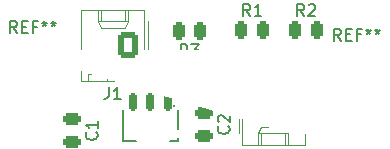
<source format=gbr>
%TF.GenerationSoftware,KiCad,Pcbnew,9.0.1*%
%TF.CreationDate,2025-04-28T22:46:39+02:00*%
%TF.ProjectId,SCS-maker,5343532d-6d61-46b6-9572-2e6b69636164,rev?*%
%TF.SameCoordinates,Original*%
%TF.FileFunction,Legend,Top*%
%TF.FilePolarity,Positive*%
%FSLAX46Y46*%
G04 Gerber Fmt 4.6, Leading zero omitted, Abs format (unit mm)*
G04 Created by KiCad (PCBNEW 9.0.1) date 2025-04-28 22:46:39*
%MOMM*%
%LPD*%
G01*
G04 APERTURE LIST*
G04 Aperture macros list*
%AMRoundRect*
0 Rectangle with rounded corners*
0 $1 Rounding radius*
0 $2 $3 $4 $5 $6 $7 $8 $9 X,Y pos of 4 corners*
0 Add a 4 corners polygon primitive as box body*
4,1,4,$2,$3,$4,$5,$6,$7,$8,$9,$2,$3,0*
0 Add four circle primitives for the rounded corners*
1,1,$1+$1,$2,$3*
1,1,$1+$1,$4,$5*
1,1,$1+$1,$6,$7*
1,1,$1+$1,$8,$9*
0 Add four rect primitives between the rounded corners*
20,1,$1+$1,$2,$3,$4,$5,0*
20,1,$1+$1,$4,$5,$6,$7,0*
20,1,$1+$1,$6,$7,$8,$9,0*
20,1,$1+$1,$8,$9,$2,$3,0*%
%AMFreePoly0*
4,1,123,0.971755,0.948895,1.016180,0.945771,1.060427,0.940564,1.104369,0.933299,1.147930,0.923952,1.190983,0.912598,1.233477,0.899238,1.275286,0.883896,1.316332,0.866599,1.356541,0.847422,1.395784,0.826365,1.434011,0.803480,1.471120,0.778842,1.507036,0.752502,1.541656,0.724511,1.574956,0.694895,1.606807,0.663780,1.637186,0.631191,1.665989,0.597231,1.693167,0.561951,
1.718669,0.525425,1.742418,0.487757,1.764389,0.448997,1.784531,0.409271,1.802769,0.329972,2.700102,0.329972,2.700102,-0.330023,1.802769,-0.330023,1.784531,-0.409373,1.764389,-0.449098,1.742418,-0.487859,1.718669,-0.525527,1.693167,-0.562052,1.665989,-0.597333,1.637186,-0.631293,1.606807,-0.663881,1.574956,-0.694996,1.541656,-0.724613,1.507036,-0.752604,1.471120,-0.778943,
1.434011,-0.803581,1.395784,-0.826467,1.356541,-0.847523,1.316332,-0.866701,1.275286,-0.883998,1.233477,-0.899340,1.190983,-0.912700,1.147930,-0.924054,1.104369,-0.933401,1.060427,-0.940665,1.016180,-0.945872,0.971755,-0.948997,0.927229,-0.950064,-0.926975,-0.950064,-0.971501,-0.948997,-1.015926,-0.945872,-1.060173,-0.940665,-1.104115,-0.933401,-1.147676,-0.924054,-1.190729,-0.912700,
-1.233223,-0.899340,-1.275032,-0.883998,-1.316078,-0.866701,-1.356287,-0.847523,-1.395530,-0.826467,-1.433757,-0.803581,-1.470866,-0.778943,-1.506782,-0.752604,-1.541402,-0.724613,-1.574702,-0.694996,-1.606553,-0.663881,-1.636932,-0.631293,-1.665735,-0.597333,-1.692913,-0.562052,-1.718415,-0.525527,-1.742164,-0.487859,-1.764135,-0.449098,-1.784277,-0.409373,-1.802515,-0.368733,-1.818847,-0.327305,
-1.833198,-0.285141,-1.845568,-0.242342,-1.855906,-0.199009,-1.864211,-0.155271,-1.870460,-0.111151,-1.874625,-0.066802,-1.876708,-0.022327,-1.876708,0.022225,-1.874625,0.066701,-1.870460,0.111049,-1.864211,0.155169,-1.855906,0.198908,-1.845568,0.242240,-1.833198,0.285039,-1.818847,0.327203,-1.802515,0.368631,-1.784277,0.409271,-1.764135,0.448997,-1.742164,0.487757,-1.718415,0.525425,
-1.692913,0.561951,-1.665735,0.597231,-1.636932,0.631191,-1.606553,0.663780,-1.574702,0.694895,-1.541402,0.724511,-1.506782,0.752502,-1.470866,0.778842,-1.433757,0.803480,-1.395530,0.826365,-1.356287,0.847422,-1.316078,0.866599,-1.275032,0.883896,-1.233223,0.899238,-1.190729,0.912598,-1.147676,0.923952,-1.104115,0.933299,-1.060173,0.940564,-1.015926,0.945771,-0.971501,0.948895,
-0.926975,0.950000,0.927229,0.950000,0.971755,0.948895,0.971755,0.948895,$1*%
G04 Aperture macros list end*
%ADD10C,0.150000*%
%ADD11C,0.120000*%
%ADD12RoundRect,0.250000X-0.620000X-0.845000X0.620000X-0.845000X0.620000X0.845000X-0.620000X0.845000X0*%
%ADD13O,1.740000X2.190000*%
%ADD14C,3.200000*%
%ADD15RoundRect,0.269000X-0.494000X0.269000X-0.494000X-0.269000X0.494000X-0.269000X0.494000X0.269000X0*%
%ADD16RoundRect,0.267317X-0.280683X-0.470683X0.280683X-0.470683X0.280683X0.470683X-0.280683X0.470683X0*%
%ADD17RoundRect,0.167500X0.167500X-0.622500X0.167500X0.622500X-0.167500X0.622500X-0.167500X-0.622500X0*%
%ADD18FreePoly0,90.000000*%
%ADD19C,0.500000*%
%ADD20RoundRect,0.267317X0.280683X0.470683X-0.280683X0.470683X-0.280683X-0.470683X0.280683X-0.470683X0*%
%ADD21RoundRect,0.250000X0.620000X0.845000X-0.620000X0.845000X-0.620000X-0.845000X0.620000X-0.845000X0*%
G04 APERTURE END LIST*
D10*
X67738666Y-42578819D02*
X67738666Y-43293104D01*
X67738666Y-43293104D02*
X67691047Y-43435961D01*
X67691047Y-43435961D02*
X67595809Y-43531200D01*
X67595809Y-43531200D02*
X67452952Y-43578819D01*
X67452952Y-43578819D02*
X67357714Y-43578819D01*
X68167238Y-42674057D02*
X68214857Y-42626438D01*
X68214857Y-42626438D02*
X68310095Y-42578819D01*
X68310095Y-42578819D02*
X68548190Y-42578819D01*
X68548190Y-42578819D02*
X68643428Y-42626438D01*
X68643428Y-42626438D02*
X68691047Y-42674057D01*
X68691047Y-42674057D02*
X68738666Y-42769295D01*
X68738666Y-42769295D02*
X68738666Y-42864533D01*
X68738666Y-42864533D02*
X68691047Y-43007390D01*
X68691047Y-43007390D02*
X68119619Y-43578819D01*
X68119619Y-43578819D02*
X68738666Y-43578819D01*
X73799866Y-41416019D02*
X73466533Y-40939828D01*
X73228438Y-41416019D02*
X73228438Y-40416019D01*
X73228438Y-40416019D02*
X73609390Y-40416019D01*
X73609390Y-40416019D02*
X73704628Y-40463638D01*
X73704628Y-40463638D02*
X73752247Y-40511257D01*
X73752247Y-40511257D02*
X73799866Y-40606495D01*
X73799866Y-40606495D02*
X73799866Y-40749352D01*
X73799866Y-40749352D02*
X73752247Y-40844590D01*
X73752247Y-40844590D02*
X73704628Y-40892209D01*
X73704628Y-40892209D02*
X73609390Y-40939828D01*
X73609390Y-40939828D02*
X73228438Y-40939828D01*
X74228438Y-40892209D02*
X74561771Y-40892209D01*
X74704628Y-41416019D02*
X74228438Y-41416019D01*
X74228438Y-41416019D02*
X74228438Y-40416019D01*
X74228438Y-40416019D02*
X74704628Y-40416019D01*
X75466533Y-40892209D02*
X75133200Y-40892209D01*
X75133200Y-41416019D02*
X75133200Y-40416019D01*
X75133200Y-40416019D02*
X75609390Y-40416019D01*
X76133200Y-40416019D02*
X76133200Y-40654114D01*
X75895105Y-40558876D02*
X76133200Y-40654114D01*
X76133200Y-40654114D02*
X76371295Y-40558876D01*
X75990343Y-40844590D02*
X76133200Y-40654114D01*
X76133200Y-40654114D02*
X76276057Y-40844590D01*
X76895105Y-40416019D02*
X76895105Y-40654114D01*
X76657010Y-40558876D02*
X76895105Y-40654114D01*
X76895105Y-40654114D02*
X77133200Y-40558876D01*
X76752248Y-40844590D02*
X76895105Y-40654114D01*
X76895105Y-40654114D02*
X77037962Y-40844590D01*
X64269580Y-48680666D02*
X64317200Y-48728285D01*
X64317200Y-48728285D02*
X64364819Y-48871142D01*
X64364819Y-48871142D02*
X64364819Y-48966380D01*
X64364819Y-48966380D02*
X64317200Y-49109237D01*
X64317200Y-49109237D02*
X64221961Y-49204475D01*
X64221961Y-49204475D02*
X64126723Y-49252094D01*
X64126723Y-49252094D02*
X63936247Y-49299713D01*
X63936247Y-49299713D02*
X63793390Y-49299713D01*
X63793390Y-49299713D02*
X63602914Y-49252094D01*
X63602914Y-49252094D02*
X63507676Y-49204475D01*
X63507676Y-49204475D02*
X63412438Y-49109237D01*
X63412438Y-49109237D02*
X63364819Y-48966380D01*
X63364819Y-48966380D02*
X63364819Y-48871142D01*
X63364819Y-48871142D02*
X63412438Y-48728285D01*
X63412438Y-48728285D02*
X63460057Y-48680666D01*
X63460057Y-48299713D02*
X63412438Y-48252094D01*
X63412438Y-48252094D02*
X63364819Y-48156856D01*
X63364819Y-48156856D02*
X63364819Y-47918761D01*
X63364819Y-47918761D02*
X63412438Y-47823523D01*
X63412438Y-47823523D02*
X63460057Y-47775904D01*
X63460057Y-47775904D02*
X63555295Y-47728285D01*
X63555295Y-47728285D02*
X63650533Y-47728285D01*
X63650533Y-47728285D02*
X63793390Y-47775904D01*
X63793390Y-47775904D02*
X64364819Y-48347332D01*
X64364819Y-48347332D02*
X64364819Y-47728285D01*
X53093580Y-49188666D02*
X53141200Y-49236285D01*
X53141200Y-49236285D02*
X53188819Y-49379142D01*
X53188819Y-49379142D02*
X53188819Y-49474380D01*
X53188819Y-49474380D02*
X53141200Y-49617237D01*
X53141200Y-49617237D02*
X53045961Y-49712475D01*
X53045961Y-49712475D02*
X52950723Y-49760094D01*
X52950723Y-49760094D02*
X52760247Y-49807713D01*
X52760247Y-49807713D02*
X52617390Y-49807713D01*
X52617390Y-49807713D02*
X52426914Y-49760094D01*
X52426914Y-49760094D02*
X52331676Y-49712475D01*
X52331676Y-49712475D02*
X52236438Y-49617237D01*
X52236438Y-49617237D02*
X52188819Y-49474380D01*
X52188819Y-49474380D02*
X52188819Y-49379142D01*
X52188819Y-49379142D02*
X52236438Y-49236285D01*
X52236438Y-49236285D02*
X52284057Y-49188666D01*
X53188819Y-48236285D02*
X53188819Y-48807713D01*
X53188819Y-48521999D02*
X52188819Y-48521999D01*
X52188819Y-48521999D02*
X52331676Y-48617237D01*
X52331676Y-48617237D02*
X52426914Y-48712475D01*
X52426914Y-48712475D02*
X52474533Y-48807713D01*
X66106333Y-39317819D02*
X65773000Y-38841628D01*
X65534905Y-39317819D02*
X65534905Y-38317819D01*
X65534905Y-38317819D02*
X65915857Y-38317819D01*
X65915857Y-38317819D02*
X66011095Y-38365438D01*
X66011095Y-38365438D02*
X66058714Y-38413057D01*
X66058714Y-38413057D02*
X66106333Y-38508295D01*
X66106333Y-38508295D02*
X66106333Y-38651152D01*
X66106333Y-38651152D02*
X66058714Y-38746390D01*
X66058714Y-38746390D02*
X66011095Y-38794009D01*
X66011095Y-38794009D02*
X65915857Y-38841628D01*
X65915857Y-38841628D02*
X65534905Y-38841628D01*
X67058714Y-39317819D02*
X66487286Y-39317819D01*
X66773000Y-39317819D02*
X66773000Y-38317819D01*
X66773000Y-38317819D02*
X66677762Y-38460676D01*
X66677762Y-38460676D02*
X66582524Y-38555914D01*
X66582524Y-38555914D02*
X66487286Y-38603533D01*
X60793333Y-42744819D02*
X60460000Y-42268628D01*
X60221905Y-42744819D02*
X60221905Y-41744819D01*
X60221905Y-41744819D02*
X60602857Y-41744819D01*
X60602857Y-41744819D02*
X60698095Y-41792438D01*
X60698095Y-41792438D02*
X60745714Y-41840057D01*
X60745714Y-41840057D02*
X60793333Y-41935295D01*
X60793333Y-41935295D02*
X60793333Y-42078152D01*
X60793333Y-42078152D02*
X60745714Y-42173390D01*
X60745714Y-42173390D02*
X60698095Y-42221009D01*
X60698095Y-42221009D02*
X60602857Y-42268628D01*
X60602857Y-42268628D02*
X60221905Y-42268628D01*
X61126667Y-41744819D02*
X61745714Y-41744819D01*
X61745714Y-41744819D02*
X61412381Y-42125771D01*
X61412381Y-42125771D02*
X61555238Y-42125771D01*
X61555238Y-42125771D02*
X61650476Y-42173390D01*
X61650476Y-42173390D02*
X61698095Y-42221009D01*
X61698095Y-42221009D02*
X61745714Y-42316247D01*
X61745714Y-42316247D02*
X61745714Y-42554342D01*
X61745714Y-42554342D02*
X61698095Y-42649580D01*
X61698095Y-42649580D02*
X61650476Y-42697200D01*
X61650476Y-42697200D02*
X61555238Y-42744819D01*
X61555238Y-42744819D02*
X61269524Y-42744819D01*
X61269524Y-42744819D02*
X61174286Y-42697200D01*
X61174286Y-42697200D02*
X61126667Y-42649580D01*
X54149666Y-45357819D02*
X54149666Y-46072104D01*
X54149666Y-46072104D02*
X54102047Y-46214961D01*
X54102047Y-46214961D02*
X54006809Y-46310200D01*
X54006809Y-46310200D02*
X53863952Y-46357819D01*
X53863952Y-46357819D02*
X53768714Y-46357819D01*
X55149666Y-46357819D02*
X54578238Y-46357819D01*
X54863952Y-46357819D02*
X54863952Y-45357819D01*
X54863952Y-45357819D02*
X54768714Y-45500676D01*
X54768714Y-45500676D02*
X54673476Y-45595914D01*
X54673476Y-45595914D02*
X54578238Y-45643533D01*
X46367866Y-40755619D02*
X46034533Y-40279428D01*
X45796438Y-40755619D02*
X45796438Y-39755619D01*
X45796438Y-39755619D02*
X46177390Y-39755619D01*
X46177390Y-39755619D02*
X46272628Y-39803238D01*
X46272628Y-39803238D02*
X46320247Y-39850857D01*
X46320247Y-39850857D02*
X46367866Y-39946095D01*
X46367866Y-39946095D02*
X46367866Y-40088952D01*
X46367866Y-40088952D02*
X46320247Y-40184190D01*
X46320247Y-40184190D02*
X46272628Y-40231809D01*
X46272628Y-40231809D02*
X46177390Y-40279428D01*
X46177390Y-40279428D02*
X45796438Y-40279428D01*
X46796438Y-40231809D02*
X47129771Y-40231809D01*
X47272628Y-40755619D02*
X46796438Y-40755619D01*
X46796438Y-40755619D02*
X46796438Y-39755619D01*
X46796438Y-39755619D02*
X47272628Y-39755619D01*
X48034533Y-40231809D02*
X47701200Y-40231809D01*
X47701200Y-40755619D02*
X47701200Y-39755619D01*
X47701200Y-39755619D02*
X48177390Y-39755619D01*
X48701200Y-39755619D02*
X48701200Y-39993714D01*
X48463105Y-39898476D02*
X48701200Y-39993714D01*
X48701200Y-39993714D02*
X48939295Y-39898476D01*
X48558343Y-40184190D02*
X48701200Y-39993714D01*
X48701200Y-39993714D02*
X48844057Y-40184190D01*
X49463105Y-39755619D02*
X49463105Y-39993714D01*
X49225010Y-39898476D02*
X49463105Y-39993714D01*
X49463105Y-39993714D02*
X49701200Y-39898476D01*
X49320248Y-40184190D02*
X49463105Y-39993714D01*
X49463105Y-39993714D02*
X49605962Y-40184190D01*
X70678333Y-39317819D02*
X70345000Y-38841628D01*
X70106905Y-39317819D02*
X70106905Y-38317819D01*
X70106905Y-38317819D02*
X70487857Y-38317819D01*
X70487857Y-38317819D02*
X70583095Y-38365438D01*
X70583095Y-38365438D02*
X70630714Y-38413057D01*
X70630714Y-38413057D02*
X70678333Y-38508295D01*
X70678333Y-38508295D02*
X70678333Y-38651152D01*
X70678333Y-38651152D02*
X70630714Y-38746390D01*
X70630714Y-38746390D02*
X70583095Y-38794009D01*
X70583095Y-38794009D02*
X70487857Y-38841628D01*
X70487857Y-38841628D02*
X70106905Y-38841628D01*
X71059286Y-38413057D02*
X71106905Y-38365438D01*
X71106905Y-38365438D02*
X71202143Y-38317819D01*
X71202143Y-38317819D02*
X71440238Y-38317819D01*
X71440238Y-38317819D02*
X71535476Y-38365438D01*
X71535476Y-38365438D02*
X71583095Y-38413057D01*
X71583095Y-38413057D02*
X71630714Y-38508295D01*
X71630714Y-38508295D02*
X71630714Y-38603533D01*
X71630714Y-38603533D02*
X71583095Y-38746390D01*
X71583095Y-38746390D02*
X71011667Y-39317819D01*
X71011667Y-39317819D02*
X71630714Y-39317819D01*
D11*
%TO.C,J2*%
X65132000Y-45244000D02*
X65132000Y-49244000D01*
X65422000Y-44214000D02*
X65422000Y-50234000D01*
X65422000Y-50234000D02*
X70722000Y-50234000D01*
X66002000Y-44214000D02*
X66002000Y-44814000D01*
X66002000Y-44814000D02*
X67602000Y-44814000D01*
X66802000Y-49234000D02*
X67052000Y-48704000D01*
X66802000Y-49234000D02*
X69342000Y-49234000D01*
X66802000Y-50234000D02*
X66802000Y-49234000D01*
X67052000Y-48704000D02*
X69092000Y-48704000D01*
X67052000Y-50234000D02*
X67052000Y-49234000D01*
X67602000Y-44814000D02*
X67602000Y-44214000D01*
X68542000Y-44214000D02*
X68542000Y-44814000D01*
X68542000Y-44814000D02*
X70142000Y-44814000D01*
X69092000Y-48704000D02*
X69342000Y-49234000D01*
X69092000Y-50234000D02*
X69092000Y-49234000D01*
X69342000Y-49234000D02*
X69342000Y-50234000D01*
X70142000Y-44814000D02*
X70142000Y-44214000D01*
X70722000Y-44214000D02*
X65422000Y-44214000D01*
X70722000Y-50234000D02*
X70722000Y-44214000D01*
D10*
%TO.C,U1*%
X55328000Y-47269000D02*
X55328000Y-49919000D01*
X55328000Y-49919000D02*
X56478000Y-49919000D01*
X59988000Y-47269000D02*
X59988000Y-49919000D01*
X59988000Y-49919000D02*
X58838000Y-49919000D01*
X59688000Y-46969000D02*
G75*
G02*
X59628000Y-46969000I-30000J0D01*
G01*
X59628000Y-46969000D02*
G75*
G02*
X59688000Y-46969000I30000J0D01*
G01*
D11*
%TO.C,J1*%
X51833000Y-38793000D02*
X51833000Y-44813000D01*
X51833000Y-44813000D02*
X57133000Y-44813000D01*
X52413000Y-44213000D02*
X52413000Y-44813000D01*
X53213000Y-39793000D02*
X53213000Y-38793000D01*
X53463000Y-38793000D02*
X53463000Y-39793000D01*
X53463000Y-40323000D02*
X53213000Y-39793000D01*
X54013000Y-44213000D02*
X52413000Y-44213000D01*
X54013000Y-44813000D02*
X54013000Y-44213000D01*
X54953000Y-44213000D02*
X54953000Y-44813000D01*
X55503000Y-38793000D02*
X55503000Y-39793000D01*
X55503000Y-40323000D02*
X53463000Y-40323000D01*
X55753000Y-38793000D02*
X55753000Y-39793000D01*
X55753000Y-39793000D02*
X53213000Y-39793000D01*
X55753000Y-39793000D02*
X55503000Y-40323000D01*
X56553000Y-44213000D02*
X54953000Y-44213000D01*
X56553000Y-44813000D02*
X56553000Y-44213000D01*
X57133000Y-38793000D02*
X51833000Y-38793000D01*
X57133000Y-44813000D02*
X57133000Y-38793000D01*
X57423000Y-43783000D02*
X57423000Y-39783000D01*
%TD*%
%LPC*%
D12*
%TO.C,J2*%
X66802000Y-47244000D03*
D13*
X69342000Y-47244000D03*
%TD*%
D14*
%TO.C,REF\u002A\u002A*%
X75133200Y-45161200D03*
%TD*%
D15*
%TO.C,C2*%
X62230000Y-47564000D03*
X62230000Y-49464000D03*
%TD*%
%TO.C,C1*%
X51054000Y-48072000D03*
X51054000Y-49972000D03*
%TD*%
D16*
%TO.C,R1*%
X65363000Y-40513000D03*
X67183000Y-40513000D03*
%TD*%
D17*
%TO.C,U1*%
X59158000Y-46609000D03*
D18*
X57658000Y-49329000D03*
D19*
X57658000Y-48969000D03*
X57658000Y-47969000D03*
D17*
X57658000Y-46609000D03*
X56158000Y-46609000D03*
%TD*%
D20*
%TO.C,R3*%
X61870000Y-40640000D03*
X60050000Y-40640000D03*
%TD*%
D21*
%TO.C,J1*%
X55753000Y-41783000D03*
D13*
X53213000Y-41783000D03*
%TD*%
D14*
%TO.C,REF\u002A\u002A*%
X47701200Y-44500800D03*
%TD*%
D16*
%TO.C,R2*%
X69935000Y-40513000D03*
X71755000Y-40513000D03*
%TD*%
%LPD*%
M02*

</source>
